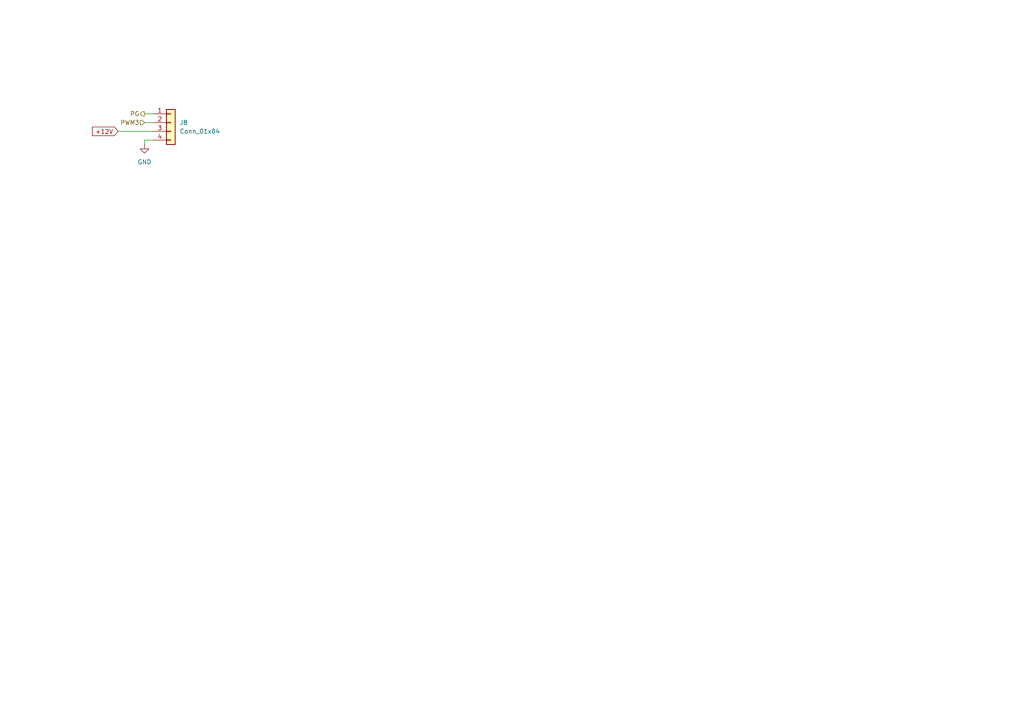
<source format=kicad_sch>
(kicad_sch (version 20231120) (generator "eeschema") (generator_version "8.0")
  (paper "A4")
  (lib_symbols
    (symbol "Connector_Generic:Conn_01x04" (pin_names (offset 1.016) hide)
      (property "Reference" "J" (at 0 5.08 0))
      (property "Value" "Conn_01x04" (at 0 -7.62 0))
      (symbol "Conn_01x04_1_1"
        (rectangle (start -1.27 -4.953) (end 0 -5.207) (stroke (width 0.1524)))
        (rectangle (start -1.27 -2.413) (end 0 -2.667) (stroke (width 0.1524)))
        (rectangle (start -1.27 0.127) (end 0 -0.127) (stroke (width 0.1524)))
        (rectangle (start -1.27 2.667) (end 0 2.413) (stroke (width 0.1524)))
        (rectangle (start -1.27 3.81) (end 1.27 -6.35) (stroke (width 0.254)) (fill (type background)))
        (pin passive line (at -5.08 2.54 0) (length 3.81) (name "Pin_1") (number "1"))
        (pin passive line (at -5.08 0 0) (length 3.81) (name "Pin_2") (number "2"))
        (pin passive line (at -5.08 -2.54 0) (length 3.81) (name "Pin_3") (number "3"))
        (pin passive line (at -5.08 -5.08 0) (length 3.81) (name "Pin_4") (number "4"))
      )
    )
    (symbol "power:GND" (power) (pin_numbers hide) (pin_names (offset 0) hide)
      (property "Value" "GND" (at 0 -3.81 0))
      (symbol "GND_0_1"
        (polyline (pts (xy 0 0) (xy 0 -1.27) (xy 1.27 -1.27) (xy 0 -2.54) (xy -1.27 -1.27) (xy 0 -1.27)))
      )
      (symbol "GND_1_1"
        (pin power_in line (at 0 0 270) (length 0) (name "~") (number "1"))
      )
    )
  )
  (wire (pts (xy 34.29 38.1) (xy 44.45 38.1)))
  (wire (pts (xy 41.91 40.64) (xy 41.91 41.91)))
  (wire (pts (xy 41.91 33.02) (xy 44.45 33.02)))
  (wire (pts (xy 44.45 40.64) (xy 41.91 40.64)))
  (wire (pts (xy 41.91 35.56) (xy 44.45 35.56)))
  (global_label "+12V" (shape input) (at 34.29 38.1 180) (property "Intersheetrefs" "${INTERSHEET_REFS}" (effects (hide yes))))
  (hierarchical_label "PG" (shape output) (at 41.91 33.02 180))
  (hierarchical_label "PWM3" (shape input) (at 41.91 35.56 180))
  (symbol (lib_id "power:GND") (at 41.91 41.91 0) (unit 1)
    (property "Reference" "#PWR039" (effects (hide yes)))
    (property "Value" "GND" (at 41.91 46.99 0))
    (property "Description" "Power symbol creates a global label with name \"GND\" , ground" (effects (hide yes)))
  )
  (symbol (lib_id "Connector_Generic:Conn_01x04") (at 49.53 35.56 0) (unit 1)
    (property "Reference" "J8" (at 52.07 35.5599 0) (effects (justify left)))
    (property "Value" "Conn_01x04" (at 52.07 38.0999 0) (effects (justify left)))
    (property "Footprint" "UTSVT_Connectors:Molex_MicroFit3.0_1x4xP3.00mm_PolarizingPeg_Vertical" (effects (hide yes)))
    (property "Description" "Generic connector, single row, 01x04, script generated (kicad-library-utils/schlib/autogen/connector/)" (effects (hide yes)))
    (property "Notes" "Small signal control for pump" (effects (hide yes)))
  )
)
</source>
